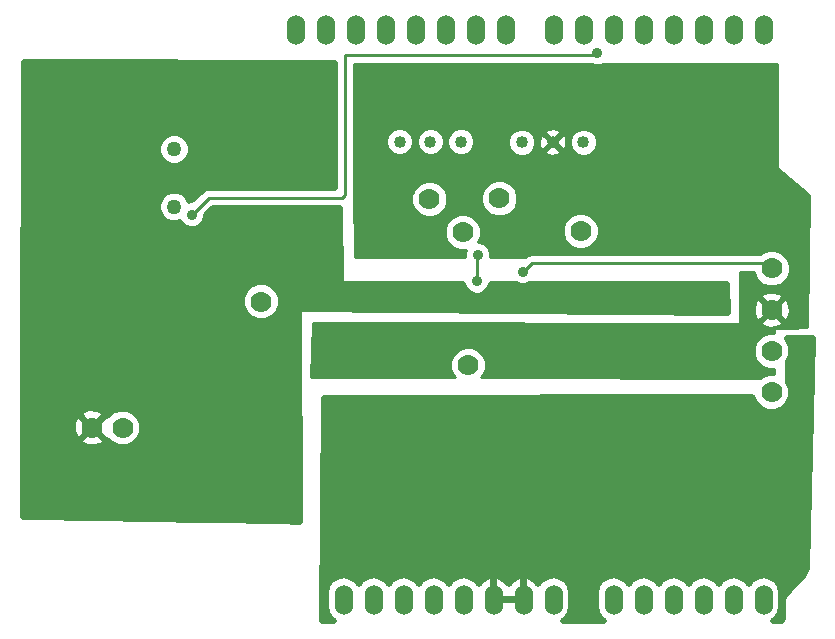
<source format=gbl>
G04 (created by PCBNEW (2013-07-07 BZR 4022)-stable) date 10/29/2014 9:54:54 AM*
%MOIN*%
G04 Gerber Fmt 3.4, Leading zero omitted, Abs format*
%FSLAX34Y34*%
G01*
G70*
G90*
G04 APERTURE LIST*
%ADD10C,0.00590551*%
%ADD11C,0.07*%
%ADD12C,0.05*%
%ADD13O,0.06X0.1*%
%ADD14C,0.04*%
%ADD15C,0.035*%
%ADD16C,0.01*%
%ADD17C,0.019*%
G04 APERTURE END LIST*
G54D10*
G54D11*
X81030Y-49430D03*
G54D12*
X78133Y-44359D03*
X78133Y-46280D03*
G54D11*
X98038Y-52456D03*
X98038Y-51078D03*
X98038Y-49700D03*
X98038Y-48322D03*
X75400Y-53637D03*
X76407Y-53641D03*
X91670Y-47075D03*
X88960Y-45990D03*
X87741Y-47111D03*
X87923Y-51545D03*
X86633Y-46013D03*
G54D13*
X89170Y-40364D03*
X88170Y-40364D03*
X87170Y-40364D03*
X86170Y-40364D03*
X85170Y-40364D03*
X84170Y-40364D03*
X83170Y-40364D03*
X82170Y-40364D03*
X86770Y-59364D03*
X85770Y-59364D03*
X84770Y-59364D03*
X83770Y-59364D03*
X87770Y-59364D03*
X88770Y-59364D03*
X89770Y-59364D03*
X90770Y-59364D03*
X92770Y-59364D03*
X93770Y-59364D03*
X94770Y-59364D03*
X95770Y-59364D03*
X96770Y-59364D03*
X97770Y-59364D03*
X97770Y-40364D03*
X96770Y-40364D03*
X95770Y-40364D03*
X94770Y-40364D03*
X93770Y-40364D03*
X92770Y-40364D03*
X91770Y-40364D03*
X90770Y-40364D03*
G54D14*
X91762Y-44114D03*
X90738Y-44114D03*
X89715Y-44114D03*
X87682Y-44095D03*
X86658Y-44095D03*
X85635Y-44095D03*
G54D15*
X92071Y-45353D03*
X90009Y-50580D03*
X85060Y-45810D03*
X93799Y-42736D03*
X94163Y-47450D03*
X91990Y-50450D03*
X78728Y-46532D03*
X92229Y-41135D03*
X89760Y-48430D03*
X96138Y-49574D03*
X78420Y-49940D03*
X74250Y-45300D03*
X92780Y-49630D03*
X88550Y-49410D03*
X82200Y-44050D03*
X81970Y-47670D03*
X81210Y-47670D03*
X83110Y-47610D03*
X73816Y-48330D03*
X88238Y-47864D03*
X88228Y-48759D03*
X93430Y-55180D03*
G54D16*
X83832Y-41209D02*
X83832Y-45871D01*
X79284Y-45976D02*
X78728Y-46532D01*
X83643Y-45976D02*
X79284Y-45976D01*
X83727Y-45976D02*
X83643Y-45976D01*
X83832Y-45871D02*
X83727Y-45976D01*
X92229Y-41135D02*
X92155Y-41209D01*
X92155Y-41209D02*
X83832Y-41209D01*
X83832Y-41209D02*
X83829Y-41209D01*
X83829Y-41209D02*
X83847Y-41227D01*
X89760Y-48430D02*
X90040Y-48150D01*
X90040Y-48150D02*
X97866Y-48150D01*
X97866Y-48150D02*
X98038Y-48322D01*
X82200Y-44050D02*
X82200Y-44060D01*
X73816Y-48330D02*
X73816Y-48360D01*
X88228Y-47874D02*
X88228Y-48759D01*
X88238Y-47864D02*
X88228Y-47874D01*
G54D10*
G36*
X99402Y-50649D02*
X99232Y-58316D01*
X99098Y-58591D01*
X98520Y-59170D01*
X98449Y-59275D01*
X98425Y-59400D01*
X98425Y-59980D01*
X98379Y-60075D01*
X98078Y-60075D01*
X98190Y-60000D01*
X98319Y-59807D01*
X98365Y-59579D01*
X98365Y-59148D01*
X98319Y-58920D01*
X98190Y-58727D01*
X97997Y-58598D01*
X97770Y-58553D01*
X97542Y-58598D01*
X97349Y-58727D01*
X97269Y-58846D01*
X97190Y-58727D01*
X96997Y-58598D01*
X96770Y-58553D01*
X96542Y-58598D01*
X96349Y-58727D01*
X96269Y-58846D01*
X96190Y-58727D01*
X95997Y-58598D01*
X95770Y-58553D01*
X95542Y-58598D01*
X95349Y-58727D01*
X95269Y-58846D01*
X95190Y-58727D01*
X94997Y-58598D01*
X94770Y-58553D01*
X94542Y-58598D01*
X94349Y-58727D01*
X94269Y-58846D01*
X94190Y-58727D01*
X93997Y-58598D01*
X93770Y-58553D01*
X93542Y-58598D01*
X93349Y-58727D01*
X93269Y-58846D01*
X93190Y-58727D01*
X92997Y-58598D01*
X92770Y-58553D01*
X92542Y-58598D01*
X92349Y-58727D01*
X92220Y-58920D01*
X92175Y-59148D01*
X92175Y-59579D01*
X92220Y-59807D01*
X92349Y-60000D01*
X92461Y-60075D01*
X91078Y-60075D01*
X91190Y-60000D01*
X91319Y-59807D01*
X91365Y-59579D01*
X91365Y-59148D01*
X91319Y-58920D01*
X91190Y-58727D01*
X90997Y-58598D01*
X90770Y-58553D01*
X90542Y-58598D01*
X90349Y-58727D01*
X90264Y-58853D01*
X90187Y-58739D01*
X89993Y-58612D01*
X89868Y-58577D01*
X89775Y-58642D01*
X89775Y-59359D01*
X89782Y-59359D01*
X89782Y-59369D01*
X89775Y-59369D01*
X89775Y-59376D01*
X89765Y-59376D01*
X89765Y-59369D01*
X89765Y-59359D01*
X89765Y-58642D01*
X89671Y-58577D01*
X89546Y-58612D01*
X89352Y-58739D01*
X89270Y-58861D01*
X89187Y-58739D01*
X88993Y-58612D01*
X88868Y-58577D01*
X88775Y-58642D01*
X88775Y-59359D01*
X89175Y-59359D01*
X89365Y-59359D01*
X89765Y-59359D01*
X89765Y-59369D01*
X89365Y-59369D01*
X89175Y-59369D01*
X88775Y-59369D01*
X88775Y-59376D01*
X88765Y-59376D01*
X88765Y-59369D01*
X88757Y-59369D01*
X88757Y-59359D01*
X88765Y-59359D01*
X88765Y-58642D01*
X88671Y-58577D01*
X88546Y-58612D01*
X88352Y-58739D01*
X88275Y-58853D01*
X88190Y-58727D01*
X87997Y-58598D01*
X87770Y-58553D01*
X87542Y-58598D01*
X87349Y-58727D01*
X87269Y-58846D01*
X87190Y-58727D01*
X86997Y-58598D01*
X86770Y-58553D01*
X86542Y-58598D01*
X86349Y-58727D01*
X86269Y-58846D01*
X86190Y-58727D01*
X85997Y-58598D01*
X85770Y-58553D01*
X85542Y-58598D01*
X85349Y-58727D01*
X85269Y-58846D01*
X85190Y-58727D01*
X84997Y-58598D01*
X84770Y-58553D01*
X84542Y-58598D01*
X84349Y-58727D01*
X84269Y-58846D01*
X84190Y-58727D01*
X83997Y-58598D01*
X83770Y-58553D01*
X83542Y-58598D01*
X83349Y-58727D01*
X83220Y-58920D01*
X83175Y-59148D01*
X83175Y-59579D01*
X83220Y-59807D01*
X83349Y-60000D01*
X83461Y-60075D01*
X83045Y-60075D01*
X83102Y-52633D01*
X97398Y-52595D01*
X97491Y-52821D01*
X97672Y-53002D01*
X97909Y-53101D01*
X98166Y-53101D01*
X98403Y-53003D01*
X98585Y-52822D01*
X98683Y-52585D01*
X98683Y-52328D01*
X98592Y-52106D01*
X98577Y-51452D01*
X98585Y-51444D01*
X98683Y-51207D01*
X98683Y-50950D01*
X98585Y-50713D01*
X98559Y-50687D01*
X98559Y-50661D01*
X99402Y-50649D01*
X99402Y-50649D01*
G37*
G54D17*
X99402Y-50649D02*
X99232Y-58316D01*
X99098Y-58591D01*
X98520Y-59170D01*
X98449Y-59275D01*
X98425Y-59400D01*
X98425Y-59980D01*
X98379Y-60075D01*
X98078Y-60075D01*
X98190Y-60000D01*
X98319Y-59807D01*
X98365Y-59579D01*
X98365Y-59148D01*
X98319Y-58920D01*
X98190Y-58727D01*
X97997Y-58598D01*
X97770Y-58553D01*
X97542Y-58598D01*
X97349Y-58727D01*
X97269Y-58846D01*
X97190Y-58727D01*
X96997Y-58598D01*
X96770Y-58553D01*
X96542Y-58598D01*
X96349Y-58727D01*
X96269Y-58846D01*
X96190Y-58727D01*
X95997Y-58598D01*
X95770Y-58553D01*
X95542Y-58598D01*
X95349Y-58727D01*
X95269Y-58846D01*
X95190Y-58727D01*
X94997Y-58598D01*
X94770Y-58553D01*
X94542Y-58598D01*
X94349Y-58727D01*
X94269Y-58846D01*
X94190Y-58727D01*
X93997Y-58598D01*
X93770Y-58553D01*
X93542Y-58598D01*
X93349Y-58727D01*
X93269Y-58846D01*
X93190Y-58727D01*
X92997Y-58598D01*
X92770Y-58553D01*
X92542Y-58598D01*
X92349Y-58727D01*
X92220Y-58920D01*
X92175Y-59148D01*
X92175Y-59579D01*
X92220Y-59807D01*
X92349Y-60000D01*
X92461Y-60075D01*
X91078Y-60075D01*
X91190Y-60000D01*
X91319Y-59807D01*
X91365Y-59579D01*
X91365Y-59148D01*
X91319Y-58920D01*
X91190Y-58727D01*
X90997Y-58598D01*
X90770Y-58553D01*
X90542Y-58598D01*
X90349Y-58727D01*
X90264Y-58853D01*
X90187Y-58739D01*
X89993Y-58612D01*
X89868Y-58577D01*
X89775Y-58642D01*
X89775Y-59359D01*
X89782Y-59359D01*
X89782Y-59369D01*
X89775Y-59369D01*
X89775Y-59376D01*
X89765Y-59376D01*
X89765Y-59369D01*
X89765Y-59359D01*
X89765Y-58642D01*
X89671Y-58577D01*
X89546Y-58612D01*
X89352Y-58739D01*
X89270Y-58861D01*
X89187Y-58739D01*
X88993Y-58612D01*
X88868Y-58577D01*
X88775Y-58642D01*
X88775Y-59359D01*
X89175Y-59359D01*
X89365Y-59359D01*
X89765Y-59359D01*
X89765Y-59369D01*
X89365Y-59369D01*
X89175Y-59369D01*
X88775Y-59369D01*
X88775Y-59376D01*
X88765Y-59376D01*
X88765Y-59369D01*
X88757Y-59369D01*
X88757Y-59359D01*
X88765Y-59359D01*
X88765Y-58642D01*
X88671Y-58577D01*
X88546Y-58612D01*
X88352Y-58739D01*
X88275Y-58853D01*
X88190Y-58727D01*
X87997Y-58598D01*
X87770Y-58553D01*
X87542Y-58598D01*
X87349Y-58727D01*
X87269Y-58846D01*
X87190Y-58727D01*
X86997Y-58598D01*
X86770Y-58553D01*
X86542Y-58598D01*
X86349Y-58727D01*
X86269Y-58846D01*
X86190Y-58727D01*
X85997Y-58598D01*
X85770Y-58553D01*
X85542Y-58598D01*
X85349Y-58727D01*
X85269Y-58846D01*
X85190Y-58727D01*
X84997Y-58598D01*
X84770Y-58553D01*
X84542Y-58598D01*
X84349Y-58727D01*
X84269Y-58846D01*
X84190Y-58727D01*
X83997Y-58598D01*
X83770Y-58553D01*
X83542Y-58598D01*
X83349Y-58727D01*
X83220Y-58920D01*
X83175Y-59148D01*
X83175Y-59579D01*
X83220Y-59807D01*
X83349Y-60000D01*
X83461Y-60075D01*
X83045Y-60075D01*
X83102Y-52633D01*
X97398Y-52595D01*
X97491Y-52821D01*
X97672Y-53002D01*
X97909Y-53101D01*
X98166Y-53101D01*
X98403Y-53003D01*
X98585Y-52822D01*
X98683Y-52585D01*
X98683Y-52328D01*
X98592Y-52106D01*
X98577Y-51452D01*
X98585Y-51444D01*
X98683Y-51207D01*
X98683Y-50950D01*
X98585Y-50713D01*
X98559Y-50687D01*
X98559Y-50661D01*
X99402Y-50649D01*
G54D10*
G36*
X96589Y-49797D02*
X82286Y-49683D01*
X82304Y-56763D01*
X81675Y-56752D01*
X81675Y-49302D01*
X81577Y-49065D01*
X81395Y-48883D01*
X81158Y-48785D01*
X80902Y-48784D01*
X80665Y-48882D01*
X80483Y-49064D01*
X80385Y-49301D01*
X80384Y-49557D01*
X80482Y-49794D01*
X80664Y-49976D01*
X80901Y-50074D01*
X81157Y-50075D01*
X81394Y-49977D01*
X81576Y-49795D01*
X81674Y-49558D01*
X81675Y-49302D01*
X81675Y-56752D01*
X77052Y-56672D01*
X77052Y-53514D01*
X76954Y-53276D01*
X76773Y-53095D01*
X76536Y-52996D01*
X76280Y-52996D01*
X76042Y-53094D01*
X75891Y-53245D01*
X75816Y-53228D01*
X75809Y-53235D01*
X75809Y-53221D01*
X75782Y-53102D01*
X75548Y-52997D01*
X75292Y-52989D01*
X75052Y-53079D01*
X75017Y-53102D01*
X74990Y-53221D01*
X75400Y-53630D01*
X75809Y-53221D01*
X75809Y-53235D01*
X75407Y-53637D01*
X75816Y-54047D01*
X75885Y-54031D01*
X76042Y-54188D01*
X76279Y-54286D01*
X76535Y-54286D01*
X76772Y-54188D01*
X76954Y-54007D01*
X77052Y-53770D01*
X77052Y-53514D01*
X77052Y-56672D01*
X75809Y-56650D01*
X75809Y-54054D01*
X75400Y-53644D01*
X75392Y-53652D01*
X75392Y-53637D01*
X74983Y-53228D01*
X74865Y-53255D01*
X74759Y-53489D01*
X74751Y-53745D01*
X74841Y-53985D01*
X74865Y-54020D01*
X74983Y-54047D01*
X75392Y-53637D01*
X75392Y-53652D01*
X74990Y-54054D01*
X75017Y-54172D01*
X75251Y-54278D01*
X75507Y-54286D01*
X75747Y-54195D01*
X75782Y-54172D01*
X75809Y-54054D01*
X75809Y-56650D01*
X73075Y-56602D01*
X73075Y-52545D01*
X73128Y-41435D01*
X83487Y-41487D01*
X83487Y-45631D01*
X79284Y-45631D01*
X79283Y-45631D01*
X79251Y-45637D01*
X79151Y-45657D01*
X79151Y-45657D01*
X79151Y-45657D01*
X79123Y-45676D01*
X79040Y-45732D01*
X79040Y-45732D01*
X78710Y-46061D01*
X78678Y-46061D01*
X78678Y-44251D01*
X78595Y-44050D01*
X78442Y-43897D01*
X78242Y-43814D01*
X78025Y-43814D01*
X77825Y-43896D01*
X77671Y-44050D01*
X77588Y-44250D01*
X77588Y-44467D01*
X77671Y-44667D01*
X77824Y-44820D01*
X78024Y-44904D01*
X78241Y-44904D01*
X78441Y-44821D01*
X78595Y-44668D01*
X78678Y-44468D01*
X78678Y-44251D01*
X78678Y-46061D01*
X78634Y-46061D01*
X78633Y-46062D01*
X78595Y-45972D01*
X78442Y-45818D01*
X78242Y-45735D01*
X78025Y-45735D01*
X77825Y-45818D01*
X77671Y-45971D01*
X77588Y-46171D01*
X77588Y-46388D01*
X77671Y-46588D01*
X77824Y-46742D01*
X78024Y-46825D01*
X78241Y-46825D01*
X78326Y-46790D01*
X78329Y-46797D01*
X78461Y-46930D01*
X78634Y-47001D01*
X78821Y-47002D01*
X78993Y-46930D01*
X79126Y-46798D01*
X79197Y-46625D01*
X79197Y-46549D01*
X79426Y-46321D01*
X83643Y-46321D01*
X83651Y-46321D01*
X83667Y-48839D01*
X87758Y-48844D01*
X87758Y-48852D01*
X87829Y-49025D01*
X87961Y-49158D01*
X88134Y-49229D01*
X88321Y-49229D01*
X88494Y-49158D01*
X88626Y-49026D01*
X88698Y-48853D01*
X88698Y-48846D01*
X89539Y-48847D01*
X89666Y-48899D01*
X89853Y-48900D01*
X89979Y-48847D01*
X96562Y-48855D01*
X96589Y-49797D01*
X96589Y-49797D01*
G37*
G54D17*
X96589Y-49797D02*
X82286Y-49683D01*
X82304Y-56763D01*
X81675Y-56752D01*
X81675Y-49302D01*
X81577Y-49065D01*
X81395Y-48883D01*
X81158Y-48785D01*
X80902Y-48784D01*
X80665Y-48882D01*
X80483Y-49064D01*
X80385Y-49301D01*
X80384Y-49557D01*
X80482Y-49794D01*
X80664Y-49976D01*
X80901Y-50074D01*
X81157Y-50075D01*
X81394Y-49977D01*
X81576Y-49795D01*
X81674Y-49558D01*
X81675Y-49302D01*
X81675Y-56752D01*
X77052Y-56672D01*
X77052Y-53514D01*
X76954Y-53276D01*
X76773Y-53095D01*
X76536Y-52996D01*
X76280Y-52996D01*
X76042Y-53094D01*
X75891Y-53245D01*
X75816Y-53228D01*
X75809Y-53235D01*
X75809Y-53221D01*
X75782Y-53102D01*
X75548Y-52997D01*
X75292Y-52989D01*
X75052Y-53079D01*
X75017Y-53102D01*
X74990Y-53221D01*
X75400Y-53630D01*
X75809Y-53221D01*
X75809Y-53235D01*
X75407Y-53637D01*
X75816Y-54047D01*
X75885Y-54031D01*
X76042Y-54188D01*
X76279Y-54286D01*
X76535Y-54286D01*
X76772Y-54188D01*
X76954Y-54007D01*
X77052Y-53770D01*
X77052Y-53514D01*
X77052Y-56672D01*
X75809Y-56650D01*
X75809Y-54054D01*
X75400Y-53644D01*
X75392Y-53652D01*
X75392Y-53637D01*
X74983Y-53228D01*
X74865Y-53255D01*
X74759Y-53489D01*
X74751Y-53745D01*
X74841Y-53985D01*
X74865Y-54020D01*
X74983Y-54047D01*
X75392Y-53637D01*
X75392Y-53652D01*
X74990Y-54054D01*
X75017Y-54172D01*
X75251Y-54278D01*
X75507Y-54286D01*
X75747Y-54195D01*
X75782Y-54172D01*
X75809Y-54054D01*
X75809Y-56650D01*
X73075Y-56602D01*
X73075Y-52545D01*
X73128Y-41435D01*
X83487Y-41487D01*
X83487Y-45631D01*
X79284Y-45631D01*
X79283Y-45631D01*
X79251Y-45637D01*
X79151Y-45657D01*
X79151Y-45657D01*
X79151Y-45657D01*
X79123Y-45676D01*
X79040Y-45732D01*
X79040Y-45732D01*
X78710Y-46061D01*
X78678Y-46061D01*
X78678Y-44251D01*
X78595Y-44050D01*
X78442Y-43897D01*
X78242Y-43814D01*
X78025Y-43814D01*
X77825Y-43896D01*
X77671Y-44050D01*
X77588Y-44250D01*
X77588Y-44467D01*
X77671Y-44667D01*
X77824Y-44820D01*
X78024Y-44904D01*
X78241Y-44904D01*
X78441Y-44821D01*
X78595Y-44668D01*
X78678Y-44468D01*
X78678Y-44251D01*
X78678Y-46061D01*
X78634Y-46061D01*
X78633Y-46062D01*
X78595Y-45972D01*
X78442Y-45818D01*
X78242Y-45735D01*
X78025Y-45735D01*
X77825Y-45818D01*
X77671Y-45971D01*
X77588Y-46171D01*
X77588Y-46388D01*
X77671Y-46588D01*
X77824Y-46742D01*
X78024Y-46825D01*
X78241Y-46825D01*
X78326Y-46790D01*
X78329Y-46797D01*
X78461Y-46930D01*
X78634Y-47001D01*
X78821Y-47002D01*
X78993Y-46930D01*
X79126Y-46798D01*
X79197Y-46625D01*
X79197Y-46549D01*
X79426Y-46321D01*
X83643Y-46321D01*
X83651Y-46321D01*
X83667Y-48839D01*
X87758Y-48844D01*
X87758Y-48852D01*
X87829Y-49025D01*
X87961Y-49158D01*
X88134Y-49229D01*
X88321Y-49229D01*
X88494Y-49158D01*
X88626Y-49026D01*
X88698Y-48853D01*
X88698Y-48846D01*
X89539Y-48847D01*
X89666Y-48899D01*
X89853Y-48900D01*
X89979Y-48847D01*
X96562Y-48855D01*
X96589Y-49797D01*
G54D10*
G36*
X99275Y-45870D02*
X99209Y-50283D01*
X98643Y-50301D01*
X98643Y-49794D01*
X98632Y-49555D01*
X98561Y-49382D01*
X98460Y-49348D01*
X98389Y-49419D01*
X98389Y-49278D01*
X98356Y-49177D01*
X98132Y-49095D01*
X97893Y-49106D01*
X97720Y-49177D01*
X97687Y-49278D01*
X98038Y-49629D01*
X98389Y-49278D01*
X98389Y-49419D01*
X98109Y-49700D01*
X98460Y-50051D01*
X98561Y-50018D01*
X98643Y-49794D01*
X98643Y-50301D01*
X98389Y-50309D01*
X98389Y-50122D01*
X98038Y-49771D01*
X97967Y-49841D01*
X97967Y-49700D01*
X97616Y-49348D01*
X97515Y-49382D01*
X97434Y-49606D01*
X97444Y-49845D01*
X97515Y-50018D01*
X97616Y-50051D01*
X97967Y-49700D01*
X97967Y-49841D01*
X97687Y-50122D01*
X97720Y-50223D01*
X97944Y-50304D01*
X98183Y-50294D01*
X98356Y-50223D01*
X98389Y-50122D01*
X98389Y-50309D01*
X98123Y-50317D01*
X98123Y-50478D01*
X97919Y-50478D01*
X97699Y-50569D01*
X97530Y-50738D01*
X97438Y-50958D01*
X97438Y-51197D01*
X97529Y-51417D01*
X97698Y-51586D01*
X97918Y-51678D01*
X98121Y-51678D01*
X98121Y-51856D01*
X97919Y-51856D01*
X97699Y-51947D01*
X97662Y-51983D01*
X88356Y-51960D01*
X88431Y-51885D01*
X88523Y-51665D01*
X88523Y-51426D01*
X88432Y-51205D01*
X88263Y-51036D01*
X88043Y-50945D01*
X87804Y-50945D01*
X87583Y-51036D01*
X87414Y-51204D01*
X87323Y-51425D01*
X87323Y-51664D01*
X87414Y-51884D01*
X87488Y-51958D01*
X82691Y-51947D01*
X82746Y-50139D01*
X96999Y-50163D01*
X96991Y-48450D01*
X97442Y-48450D01*
X97529Y-48661D01*
X97698Y-48830D01*
X97918Y-48922D01*
X98157Y-48922D01*
X98378Y-48831D01*
X98546Y-48662D01*
X98638Y-48442D01*
X98638Y-48203D01*
X98547Y-47983D01*
X98378Y-47814D01*
X98158Y-47722D01*
X97919Y-47722D01*
X97699Y-47813D01*
X97662Y-47850D01*
X92270Y-47850D01*
X92270Y-46956D01*
X92212Y-46816D01*
X92212Y-44025D01*
X92144Y-43859D01*
X92017Y-43733D01*
X91852Y-43664D01*
X91673Y-43664D01*
X91507Y-43732D01*
X91381Y-43859D01*
X91312Y-44024D01*
X91312Y-44203D01*
X91380Y-44368D01*
X91507Y-44495D01*
X91672Y-44564D01*
X91851Y-44564D01*
X92016Y-44496D01*
X92143Y-44369D01*
X92212Y-44204D01*
X92212Y-44025D01*
X92212Y-46816D01*
X92178Y-46735D01*
X92010Y-46566D01*
X91789Y-46475D01*
X91551Y-46474D01*
X91330Y-46566D01*
X91193Y-46702D01*
X91193Y-44172D01*
X91181Y-43993D01*
X91137Y-43886D01*
X91052Y-43871D01*
X90981Y-43942D01*
X90981Y-43800D01*
X90966Y-43715D01*
X90796Y-43659D01*
X90618Y-43671D01*
X90511Y-43715D01*
X90496Y-43800D01*
X90738Y-44043D01*
X90981Y-43800D01*
X90981Y-43942D01*
X90809Y-44114D01*
X91052Y-44356D01*
X91137Y-44341D01*
X91193Y-44172D01*
X91193Y-46702D01*
X91161Y-46734D01*
X91070Y-46955D01*
X91069Y-47193D01*
X91161Y-47414D01*
X91329Y-47583D01*
X91550Y-47674D01*
X91788Y-47675D01*
X92009Y-47583D01*
X92178Y-47415D01*
X92269Y-47194D01*
X92270Y-46956D01*
X92270Y-47850D01*
X90981Y-47850D01*
X90981Y-44427D01*
X90738Y-44185D01*
X90668Y-44255D01*
X90668Y-44114D01*
X90425Y-43871D01*
X90340Y-43886D01*
X90283Y-44056D01*
X90296Y-44235D01*
X90340Y-44341D01*
X90425Y-44356D01*
X90668Y-44114D01*
X90668Y-44255D01*
X90496Y-44427D01*
X90511Y-44512D01*
X90680Y-44569D01*
X90859Y-44556D01*
X90966Y-44512D01*
X90981Y-44427D01*
X90981Y-47850D01*
X90165Y-47850D01*
X90165Y-44025D01*
X90096Y-43859D01*
X89970Y-43733D01*
X89805Y-43664D01*
X89626Y-43664D01*
X89460Y-43732D01*
X89333Y-43859D01*
X89265Y-44024D01*
X89265Y-44203D01*
X89333Y-44368D01*
X89459Y-44495D01*
X89625Y-44564D01*
X89804Y-44564D01*
X89969Y-44496D01*
X90096Y-44369D01*
X90165Y-44204D01*
X90165Y-44025D01*
X90165Y-47850D01*
X90040Y-47850D01*
X89925Y-47872D01*
X89827Y-47937D01*
X89808Y-47957D01*
X89560Y-47956D01*
X89560Y-45871D01*
X89468Y-45650D01*
X89300Y-45481D01*
X89079Y-45390D01*
X88841Y-45389D01*
X88620Y-45481D01*
X88451Y-45649D01*
X88360Y-45870D01*
X88359Y-46108D01*
X88451Y-46329D01*
X88619Y-46498D01*
X88840Y-46589D01*
X89078Y-46590D01*
X89299Y-46498D01*
X89468Y-46330D01*
X89559Y-46109D01*
X89560Y-45871D01*
X89560Y-47956D01*
X88660Y-47955D01*
X88663Y-47949D01*
X88663Y-47780D01*
X88598Y-47623D01*
X88479Y-47504D01*
X88323Y-47439D01*
X88254Y-47439D01*
X88340Y-47230D01*
X88341Y-46992D01*
X88249Y-46771D01*
X88132Y-46653D01*
X88132Y-44006D01*
X88064Y-43840D01*
X87937Y-43714D01*
X87772Y-43645D01*
X87593Y-43645D01*
X87427Y-43713D01*
X87301Y-43840D01*
X87232Y-44005D01*
X87232Y-44184D01*
X87300Y-44349D01*
X87427Y-44476D01*
X87592Y-44545D01*
X87771Y-44545D01*
X87936Y-44477D01*
X88063Y-44350D01*
X88132Y-44185D01*
X88132Y-44006D01*
X88132Y-46653D01*
X88081Y-46602D01*
X87860Y-46511D01*
X87622Y-46510D01*
X87401Y-46602D01*
X87233Y-46769D01*
X87233Y-45894D01*
X87142Y-45674D01*
X87108Y-45640D01*
X87108Y-44006D01*
X87040Y-43840D01*
X86913Y-43714D01*
X86748Y-43645D01*
X86569Y-43645D01*
X86404Y-43713D01*
X86277Y-43840D01*
X86208Y-44005D01*
X86208Y-44184D01*
X86277Y-44349D01*
X86403Y-44476D01*
X86568Y-44545D01*
X86747Y-44545D01*
X86913Y-44477D01*
X87040Y-44350D01*
X87108Y-44185D01*
X87108Y-44006D01*
X87108Y-45640D01*
X86974Y-45505D01*
X86753Y-45413D01*
X86515Y-45413D01*
X86294Y-45504D01*
X86125Y-45673D01*
X86085Y-45770D01*
X86085Y-44006D01*
X86016Y-43840D01*
X85890Y-43714D01*
X85725Y-43645D01*
X85546Y-43645D01*
X85380Y-43713D01*
X85253Y-43840D01*
X85185Y-44005D01*
X85185Y-44184D01*
X85253Y-44349D01*
X85379Y-44476D01*
X85545Y-44545D01*
X85724Y-44545D01*
X85889Y-44477D01*
X86016Y-44350D01*
X86085Y-44185D01*
X86085Y-44006D01*
X86085Y-45770D01*
X86033Y-45893D01*
X86033Y-46132D01*
X86124Y-46353D01*
X86293Y-46522D01*
X86513Y-46613D01*
X86752Y-46613D01*
X86973Y-46522D01*
X87142Y-46354D01*
X87233Y-46133D01*
X87233Y-45894D01*
X87233Y-46769D01*
X87232Y-46770D01*
X87141Y-46991D01*
X87140Y-47229D01*
X87232Y-47450D01*
X87400Y-47619D01*
X87621Y-47710D01*
X87841Y-47711D01*
X87813Y-47779D01*
X87813Y-47948D01*
X87815Y-47954D01*
X84159Y-47950D01*
X84132Y-45710D01*
X84132Y-41510D01*
X92040Y-41516D01*
X92144Y-41559D01*
X92313Y-41560D01*
X92417Y-41517D01*
X98220Y-41521D01*
X98220Y-44981D01*
X99275Y-45870D01*
X99275Y-45870D01*
G37*
G54D16*
X99275Y-45870D02*
X99209Y-50283D01*
X98643Y-50301D01*
X98643Y-49794D01*
X98632Y-49555D01*
X98561Y-49382D01*
X98460Y-49348D01*
X98389Y-49419D01*
X98389Y-49278D01*
X98356Y-49177D01*
X98132Y-49095D01*
X97893Y-49106D01*
X97720Y-49177D01*
X97687Y-49278D01*
X98038Y-49629D01*
X98389Y-49278D01*
X98389Y-49419D01*
X98109Y-49700D01*
X98460Y-50051D01*
X98561Y-50018D01*
X98643Y-49794D01*
X98643Y-50301D01*
X98389Y-50309D01*
X98389Y-50122D01*
X98038Y-49771D01*
X97967Y-49841D01*
X97967Y-49700D01*
X97616Y-49348D01*
X97515Y-49382D01*
X97434Y-49606D01*
X97444Y-49845D01*
X97515Y-50018D01*
X97616Y-50051D01*
X97967Y-49700D01*
X97967Y-49841D01*
X97687Y-50122D01*
X97720Y-50223D01*
X97944Y-50304D01*
X98183Y-50294D01*
X98356Y-50223D01*
X98389Y-50122D01*
X98389Y-50309D01*
X98123Y-50317D01*
X98123Y-50478D01*
X97919Y-50478D01*
X97699Y-50569D01*
X97530Y-50738D01*
X97438Y-50958D01*
X97438Y-51197D01*
X97529Y-51417D01*
X97698Y-51586D01*
X97918Y-51678D01*
X98121Y-51678D01*
X98121Y-51856D01*
X97919Y-51856D01*
X97699Y-51947D01*
X97662Y-51983D01*
X88356Y-51960D01*
X88431Y-51885D01*
X88523Y-51665D01*
X88523Y-51426D01*
X88432Y-51205D01*
X88263Y-51036D01*
X88043Y-50945D01*
X87804Y-50945D01*
X87583Y-51036D01*
X87414Y-51204D01*
X87323Y-51425D01*
X87323Y-51664D01*
X87414Y-51884D01*
X87488Y-51958D01*
X82691Y-51947D01*
X82746Y-50139D01*
X96999Y-50163D01*
X96991Y-48450D01*
X97442Y-48450D01*
X97529Y-48661D01*
X97698Y-48830D01*
X97918Y-48922D01*
X98157Y-48922D01*
X98378Y-48831D01*
X98546Y-48662D01*
X98638Y-48442D01*
X98638Y-48203D01*
X98547Y-47983D01*
X98378Y-47814D01*
X98158Y-47722D01*
X97919Y-47722D01*
X97699Y-47813D01*
X97662Y-47850D01*
X92270Y-47850D01*
X92270Y-46956D01*
X92212Y-46816D01*
X92212Y-44025D01*
X92144Y-43859D01*
X92017Y-43733D01*
X91852Y-43664D01*
X91673Y-43664D01*
X91507Y-43732D01*
X91381Y-43859D01*
X91312Y-44024D01*
X91312Y-44203D01*
X91380Y-44368D01*
X91507Y-44495D01*
X91672Y-44564D01*
X91851Y-44564D01*
X92016Y-44496D01*
X92143Y-44369D01*
X92212Y-44204D01*
X92212Y-44025D01*
X92212Y-46816D01*
X92178Y-46735D01*
X92010Y-46566D01*
X91789Y-46475D01*
X91551Y-46474D01*
X91330Y-46566D01*
X91193Y-46702D01*
X91193Y-44172D01*
X91181Y-43993D01*
X91137Y-43886D01*
X91052Y-43871D01*
X90981Y-43942D01*
X90981Y-43800D01*
X90966Y-43715D01*
X90796Y-43659D01*
X90618Y-43671D01*
X90511Y-43715D01*
X90496Y-43800D01*
X90738Y-44043D01*
X90981Y-43800D01*
X90981Y-43942D01*
X90809Y-44114D01*
X91052Y-44356D01*
X91137Y-44341D01*
X91193Y-44172D01*
X91193Y-46702D01*
X91161Y-46734D01*
X91070Y-46955D01*
X91069Y-47193D01*
X91161Y-47414D01*
X91329Y-47583D01*
X91550Y-47674D01*
X91788Y-47675D01*
X92009Y-47583D01*
X92178Y-47415D01*
X92269Y-47194D01*
X92270Y-46956D01*
X92270Y-47850D01*
X90981Y-47850D01*
X90981Y-44427D01*
X90738Y-44185D01*
X90668Y-44255D01*
X90668Y-44114D01*
X90425Y-43871D01*
X90340Y-43886D01*
X90283Y-44056D01*
X90296Y-44235D01*
X90340Y-44341D01*
X90425Y-44356D01*
X90668Y-44114D01*
X90668Y-44255D01*
X90496Y-44427D01*
X90511Y-44512D01*
X90680Y-44569D01*
X90859Y-44556D01*
X90966Y-44512D01*
X90981Y-44427D01*
X90981Y-47850D01*
X90165Y-47850D01*
X90165Y-44025D01*
X90096Y-43859D01*
X89970Y-43733D01*
X89805Y-43664D01*
X89626Y-43664D01*
X89460Y-43732D01*
X89333Y-43859D01*
X89265Y-44024D01*
X89265Y-44203D01*
X89333Y-44368D01*
X89459Y-44495D01*
X89625Y-44564D01*
X89804Y-44564D01*
X89969Y-44496D01*
X90096Y-44369D01*
X90165Y-44204D01*
X90165Y-44025D01*
X90165Y-47850D01*
X90040Y-47850D01*
X89925Y-47872D01*
X89827Y-47937D01*
X89808Y-47957D01*
X89560Y-47956D01*
X89560Y-45871D01*
X89468Y-45650D01*
X89300Y-45481D01*
X89079Y-45390D01*
X88841Y-45389D01*
X88620Y-45481D01*
X88451Y-45649D01*
X88360Y-45870D01*
X88359Y-46108D01*
X88451Y-46329D01*
X88619Y-46498D01*
X88840Y-46589D01*
X89078Y-46590D01*
X89299Y-46498D01*
X89468Y-46330D01*
X89559Y-46109D01*
X89560Y-45871D01*
X89560Y-47956D01*
X88660Y-47955D01*
X88663Y-47949D01*
X88663Y-47780D01*
X88598Y-47623D01*
X88479Y-47504D01*
X88323Y-47439D01*
X88254Y-47439D01*
X88340Y-47230D01*
X88341Y-46992D01*
X88249Y-46771D01*
X88132Y-46653D01*
X88132Y-44006D01*
X88064Y-43840D01*
X87937Y-43714D01*
X87772Y-43645D01*
X87593Y-43645D01*
X87427Y-43713D01*
X87301Y-43840D01*
X87232Y-44005D01*
X87232Y-44184D01*
X87300Y-44349D01*
X87427Y-44476D01*
X87592Y-44545D01*
X87771Y-44545D01*
X87936Y-44477D01*
X88063Y-44350D01*
X88132Y-44185D01*
X88132Y-44006D01*
X88132Y-46653D01*
X88081Y-46602D01*
X87860Y-46511D01*
X87622Y-46510D01*
X87401Y-46602D01*
X87233Y-46769D01*
X87233Y-45894D01*
X87142Y-45674D01*
X87108Y-45640D01*
X87108Y-44006D01*
X87040Y-43840D01*
X86913Y-43714D01*
X86748Y-43645D01*
X86569Y-43645D01*
X86404Y-43713D01*
X86277Y-43840D01*
X86208Y-44005D01*
X86208Y-44184D01*
X86277Y-44349D01*
X86403Y-44476D01*
X86568Y-44545D01*
X86747Y-44545D01*
X86913Y-44477D01*
X87040Y-44350D01*
X87108Y-44185D01*
X87108Y-44006D01*
X87108Y-45640D01*
X86974Y-45505D01*
X86753Y-45413D01*
X86515Y-45413D01*
X86294Y-45504D01*
X86125Y-45673D01*
X86085Y-45770D01*
X86085Y-44006D01*
X86016Y-43840D01*
X85890Y-43714D01*
X85725Y-43645D01*
X85546Y-43645D01*
X85380Y-43713D01*
X85253Y-43840D01*
X85185Y-44005D01*
X85185Y-44184D01*
X85253Y-44349D01*
X85379Y-44476D01*
X85545Y-44545D01*
X85724Y-44545D01*
X85889Y-44477D01*
X86016Y-44350D01*
X86085Y-44185D01*
X86085Y-44006D01*
X86085Y-45770D01*
X86033Y-45893D01*
X86033Y-46132D01*
X86124Y-46353D01*
X86293Y-46522D01*
X86513Y-46613D01*
X86752Y-46613D01*
X86973Y-46522D01*
X87142Y-46354D01*
X87233Y-46133D01*
X87233Y-45894D01*
X87233Y-46769D01*
X87232Y-46770D01*
X87141Y-46991D01*
X87140Y-47229D01*
X87232Y-47450D01*
X87400Y-47619D01*
X87621Y-47710D01*
X87841Y-47711D01*
X87813Y-47779D01*
X87813Y-47948D01*
X87815Y-47954D01*
X84159Y-47950D01*
X84132Y-45710D01*
X84132Y-41510D01*
X92040Y-41516D01*
X92144Y-41559D01*
X92313Y-41560D01*
X92417Y-41517D01*
X98220Y-41521D01*
X98220Y-44981D01*
X99275Y-45870D01*
M02*

</source>
